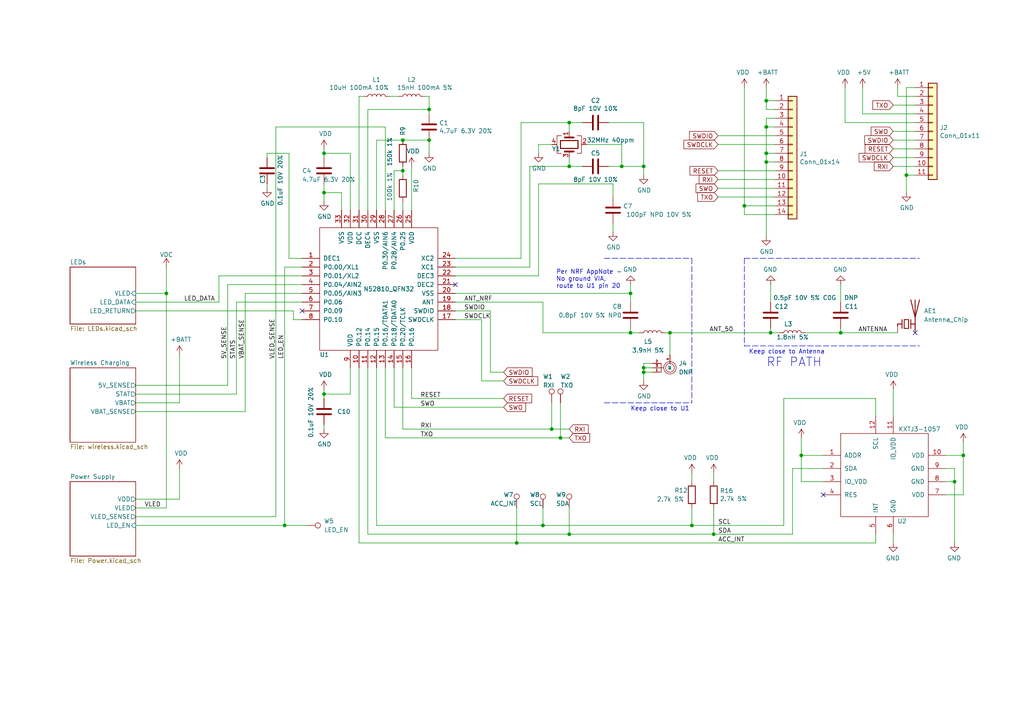
<source format=kicad_sch>
(kicad_sch (version 20211123) (generator eeschema)
  (paper "A4")
  (title_block (title "Pixels D20 Schematic, Main") (date "2021-06-23") (rev "2") (company "Systemic Games, LLC"))
  (lib_symbols
    (symbol "Connector_Generic:Conn_01x11" (pin_names (offset 1.016) hide)
      (property "Reference" "J" (at 0 15.24 0))
      (property "Value" "Conn_01x11" (at 0 -15.24 0))
      (symbol "Conn_01x11_1_1"
        (rectangle (start -1.27 -12.573) (end 0 -12.827) (stroke (width 0.1524)))
        (rectangle (start -1.27 -10.033) (end 0 -10.287) (stroke (width 0.1524)))
        (rectangle (start -1.27 -7.493) (end 0 -7.747) (stroke (width 0.1524)))
        (rectangle (start -1.27 -4.953) (end 0 -5.207) (stroke (width 0.1524)))
        (rectangle (start -1.27 -2.413) (end 0 -2.667) (stroke (width 0.1524)))
        (rectangle (start -1.27 0.127) (end 0 -0.127) (stroke (width 0.1524)))
        (rectangle (start -1.27 2.667) (end 0 2.413) (stroke (width 0.1524)))
        (rectangle (start -1.27 5.207) (end 0 4.953) (stroke (width 0.1524)))
        (rectangle (start -1.27 7.747) (end 0 7.493) (stroke (width 0.1524)))
        (rectangle (start -1.27 10.287) (end 0 10.033) (stroke (width 0.1524)))
        (rectangle (start -1.27 12.827) (end 0 12.573) (stroke (width 0.1524)))
        (rectangle (start -1.27 13.97) (end 1.27 -13.97) (stroke (width 0.254)) (fill (type background)))
        (pin passive line (at -5.08 12.7 0) (length 3.81) (name "Pin_1") (number "1"))
        (pin passive line (at -5.08 -10.16 0) (length 3.81) (name "Pin_10") (number "10"))
        (pin passive line (at -5.08 -12.7 0) (length 3.81) (name "Pin_11") (number "11"))
        (pin passive line (at -5.08 10.16 0) (length 3.81) (name "Pin_2") (number "2"))
        (pin passive line (at -5.08 7.62 0) (length 3.81) (name "Pin_3") (number "3"))
        (pin passive line (at -5.08 5.08 0) (length 3.81) (name "Pin_4") (number "4"))
        (pin passive line (at -5.08 2.54 0) (length 3.81) (name "Pin_5") (number "5"))
        (pin passive line (at -5.08 0 0) (length 3.81) (name "Pin_6") (number "6"))
        (pin passive line (at -5.08 -2.54 0) (length 3.81) (name "Pin_7") (number "7"))
        (pin passive line (at -5.08 -5.08 0) (length 3.81) (name "Pin_8") (number "8"))
        (pin passive line (at -5.08 -7.62 0) (length 3.81) (name "Pin_9") (number "9"))
      )
    )
    (symbol "Connector_Generic:Conn_01x14" (pin_names (offset 1.016) hide)
      (property "Reference" "J" (at 0 17.78 0))
      (property "Value" "Conn_01x14" (at 0 -20.32 0))
      (symbol "Conn_01x14_1_1"
        (rectangle (start -1.27 -17.653) (end 0 -17.907) (stroke (width 0.1524)))
        (rectangle (start -1.27 -15.113) (end 0 -15.367) (stroke (width 0.1524)))
        (rectangle (start -1.27 -12.573) (end 0 -12.827) (stroke (width 0.1524)))
        (rectangle (start -1.27 -10.033) (end 0 -10.287) (stroke (width 0.1524)))
        (rectangle (start -1.27 -7.493) (end 0 -7.747) (stroke (width 0.1524)))
        (rectangle (start -1.27 -4.953) (end 0 -5.207) (stroke (width 0.1524)))
        (rectangle (start -1.27 -2.413) (end 0 -2.667) (stroke (width 0.1524)))
        (rectangle (start -1.27 0.127) (end 0 -0.127) (stroke (width 0.1524)))
        (rectangle (start -1.27 2.667) (end 0 2.413) (stroke (width 0.1524)))
        (rectangle (start -1.27 5.207) (end 0 4.953) (stroke (width 0.1524)))
        (rectangle (start -1.27 7.747) (end 0 7.493) (stroke (width 0.1524)))
        (rectangle (start -1.27 10.287) (end 0 10.033) (stroke (width 0.1524)))
        (rectangle (start -1.27 12.827) (end 0 12.573) (stroke (width 0.1524)))
        (rectangle (start -1.27 15.367) (end 0 15.113) (stroke (width 0.1524)))
        (rectangle (start -1.27 16.51) (end 1.27 -19.05) (stroke (width 0.254)) (fill (type background)))
        (pin passive line (at -5.08 15.24 0) (length 3.81) (name "Pin_1") (number "1"))
        (pin passive line (at -5.08 -7.62 0) (length 3.81) (name "Pin_10") (number "10"))
        (pin passive line (at -5.08 -10.16 0) (length 3.81) (name "Pin_11") (number "11"))
        (pin passive line (at -5.08 -12.7 0) (length 3.81) (name "Pin_12") (number "12"))
        (pin passive line (at -5.08 -15.24 0) (length 3.81) (name "Pin_13") (number "13"))
        (pin passive line (at -5.08 -17.78 0) (length 3.81) (name "Pin_14") (number "14"))
        (pin passive line (at -5.08 12.7 0) (length 3.81) (name "Pin_2") (number "2"))
        (pin passive line (at -5.08 10.16 0) (length 3.81) (name "Pin_3") (number "3"))
        (pin passive line (at -5.08 7.62 0) (length 3.81) (name "Pin_4") (number "4"))
        (pin passive line (at -5.08 5.08 0) (length 3.81) (name "Pin_5") (number "5"))
        (pin passive line (at -5.08 2.54 0) (length 3.81) (name "Pin_6") (number "6"))
        (pin passive line (at -5.08 0 0) (length 3.81) (name "Pin_7") (number "7"))
        (pin passive line (at -5.08 -2.54 0) (length 3.81) (name "Pin_8") (number "8"))
        (pin passive line (at -5.08 -5.08 0) (length 3.81) (name "Pin_9") (number "9"))
      )
    )
    (symbol "Device:Antenna_Chip" (pin_numbers hide) (pin_names (offset 1.016) hide)
      (property "Reference" "AE" (at 0 5.08 0))
      (property "Value" "Antenna_Chip" (at 0 3.175 0))
      (symbol "Antenna_Chip_0_1"
        (polyline (pts (xy -2.54 0) (xy -2.54 -0.635)) (stroke (width 0.254)))
        (polyline (pts (xy -2.54 0) (xy -1.27 0)) (stroke (width 0.254)))
        (polyline (pts (xy 1.27 0) (xy 2.54 0)) (stroke (width 0.254)))
        (polyline (pts (xy 1.27 1.27) (xy 1.27 -1.27)) (stroke (width 0.254)))
        (polyline (pts (xy 2.54 -0.635) (xy 2.54 0)))
        (polyline (pts (xy 2.54 6.985) (xy 2.54 -1.905)) (stroke (width 0.254)))
        (polyline (pts (xy -1.27 1.27) (xy -1.27 -1.27) (xy -1.27 0)) (stroke (width 0.254)))
        (polyline (pts (xy 3.81 6.985) (xy 2.54 1.905) (xy 1.27 6.985)) (stroke (width 0.254)))
        (polyline (pts (xy -0.635 1.27) (xy 0.635 1.27) (xy 0.635 -1.27) (xy -0.635 -1.27) (xy -0.635 1.27)) (stroke (width 0.254)))
      )
      (symbol "Antenna_Chip_1_1"
        (pin input line (at -2.54 -2.54 90) (length 2.54) (name "FEED") (number "1"))
        (pin passive line (at 2.54 -2.54 90) (length 2.54) (name "PCB_Trace") (number "2"))
      )
    )
    (symbol "Device:C" (pin_numbers hide) (pin_names (offset 0.254))
      (property "Reference" "C" (at 0.635 2.54 0))
      (property "Value" "C" (at 0.635 -2.54 0))
      (symbol "C_0_1"
        (polyline (pts (xy -2.032 -0.762) (xy 2.032 -0.762)) (stroke (width 0.508)))
        (polyline (pts (xy -2.032 0.762) (xy 2.032 0.762)) (stroke (width 0.508)))
      )
      (symbol "C_1_1"
        (pin passive line (at 0 3.81 270) (length 2.794) (name "~") (number "1"))
        (pin passive line (at 0 -3.81 90) (length 2.794) (name "~") (number "2"))
      )
    )
    (symbol "Device:Crystal_GND24" (pin_names (offset 1.016) hide)
      (property "Reference" "Y" (at 3.175 5.08 0))
      (property "Value" "Crystal_GND24" (at 3.175 3.175 0))
      (symbol "Crystal_GND24_0_1"
        (rectangle (start -1.143 2.54) (end 1.143 -2.54) (stroke (width 0.3048)))
        (polyline (pts (xy -2.54 0) (xy -2.032 0)))
        (polyline (pts (xy -2.032 -1.27) (xy -2.032 1.27)) (stroke (width 0.508)))
        (polyline (pts (xy 0 -3.81) (xy 0 -3.556)))
        (polyline (pts (xy 0 3.556) (xy 0 3.81)))
        (polyline (pts (xy 2.032 -1.27) (xy 2.032 1.27)) (stroke (width 0.508)))
        (polyline (pts (xy 2.032 0) (xy 2.54 0)))
        (polyline (pts (xy -2.54 -2.286) (xy -2.54 -3.556) (xy 2.54 -3.556) (xy 2.54 -2.286)))
        (polyline (pts (xy -2.54 2.286) (xy -2.54 3.556) (xy 2.54 3.556) (xy 2.54 2.286)))
      )
      (symbol "Crystal_GND24_1_1"
        (pin passive line (at -3.81 0 0) (length 1.27) (name "1") (number "1"))
        (pin passive line (at 0 5.08 270) (length 1.27) (name "2") (number "2"))
        (pin passive line (at 3.81 0 180) (length 1.27) (name "3") (number "3"))
        (pin passive line (at 0 -5.08 90) (length 1.27) (name "4") (number "4"))
      )
    )
    (symbol "Device:L" (pin_numbers hide) (pin_names (offset 1.016) hide)
      (property "Reference" "L" (at -1.27 0 90))
      (property "Value" "L" (at 1.905 0 90))
      (symbol "L_0_1"
        (arc (start 0 -2.54) (mid 0.635 -1.905) (end 0 -1.27))
        (arc (start 0 -1.27) (mid 0.635 -0.635) (end 0 0))
        (arc (start 0 0) (mid 0.635 0.635) (end 0 1.27))
        (arc (start 0 1.27) (mid 0.635 1.905) (end 0 2.54))
      )
      (symbol "L_1_1"
        (pin passive line (at 0 3.81 270) (length 1.27) (name "1") (number "1"))
        (pin passive line (at 0 -3.81 90) (length 1.27) (name "2") (number "2"))
      )
    )
    (symbol "Device:R" (pin_numbers hide) (pin_names (offset 0))
      (property "Reference" "R" (at 2.032 0 90))
      (property "Value" "R" (at 0 0 90))
      (symbol "R_0_1"
        (rectangle (start -1.016 -2.54) (end 1.016 2.54) (stroke (width 0.254)))
      )
      (symbol "R_1_1"
        (pin passive line (at 0 3.81 270) (length 1.27) (name "~") (number "1"))
        (pin passive line (at 0 -3.81 90) (length 1.27) (name "~") (number "2"))
      )
    )
    (symbol "Pixels-dice:KXTJ3-1057" (pin_names (offset 1.016))
      (property "Reference" "U" (at 10.16 -12.7 0))
      (property "Value" "KXTJ3-1057" (at 8.89 13.97 0))
      (symbol "KXTJ3-1057_0_1"
        (rectangle (start -12.7 12.7) (end 12.7 -11.43))
      )
      (symbol "KXTJ3-1057_1_1"
        (pin input line (at -17.78 6.35 0) (length 5.08) (name "ADDR") (number "1"))
        (pin power_in line (at 17.78 6.35 180) (length 5.08) (name "VDD") (number "10"))
        (pin power_in line (at 2.54 17.78 270) (length 5.08) (name "IO_VDD") (number "11"))
        (pin input line (at -2.54 17.78 270) (length 5.08) (name "SCL") (number "12"))
        (pin bidirectional line (at -17.78 2.54 0) (length 5.08) (name "SDA") (number "2"))
        (pin power_in line (at -17.78 -1.27 0) (length 5.08) (name "IO_VDD") (number "3"))
        (pin passive line (at -17.78 -5.08 0) (length 5.08) (name "RES") (number "4"))
        (pin output line (at -2.54 -16.51 90) (length 5.08) (name "INT") (number "5"))
        (pin power_in line (at 2.54 -16.51 90) (length 5.08) (name "GND") (number "6"))
        (pin power_in line (at 17.78 -5.08 180) (length 5.08) (name "VDD") (number "7"))
        (pin power_in line (at 17.78 -1.27 180) (length 5.08) (name "GND") (number "8"))
        (pin power_in line (at 17.78 2.54 180) (length 5.08) (name "GND") (number "9"))
      )
    )
    (symbol "Pixels-dice:N52810_QFN32" (pin_names (offset 1.016))
      (property "Reference" "U" (at 13.97 -19.05 0))
      (property "Value" "N52810_QFN32" (at 2.54 0 0))
      (symbol "N52810_QFN32_0_1"
        (rectangle (start -17.78 17.78) (end 16.51 -17.78))
      )
      (symbol "N52810_QFN32_1_1"
        (pin power_out line (at -22.86 8.89 0) (length 5.08) (name "DEC1") (number "1"))
        (pin bidirectional line (at -6.35 -22.86 90) (length 5.08) (name "P0.12") (number "10"))
        (pin bidirectional line (at -3.81 -22.86 90) (length 5.08) (name "P0.14") (number "11"))
        (pin bidirectional line (at -1.27 -22.86 90) (length 5.08) (name "P0.15") (number "12"))
        (pin bidirectional line (at 1.27 -22.86 90) (length 5.08) (name "P0.16/TDATA1") (number "13"))
        (pin bidirectional line (at 3.81 -22.86 90) (length 5.08) (name "P0.18/TDATA0") (number "14"))
        (pin bidirectional line (at 6.35 -22.86 90) (length 5.08) (name "P0.20/TCLK") (number "15"))
        (pin bidirectional line (at 8.89 -22.86 90) (length 5.08) (name "P0.16") (number "16"))
        (pin bidirectional line (at 21.59 -8.89 180) (length 5.08) (name "SWDCLK") (number "17"))
        (pin bidirectional line (at 21.59 -6.35 180) (length 5.08) (name "SWDIO") (number "18"))
        (pin output line (at 21.59 -3.81 180) (length 5.08) (name "ANT") (number "19"))
        (pin bidirectional line (at -22.86 6.35 0) (length 5.08) (name "P0.00/XL1") (number "2"))
        (pin output line (at 21.59 -1.27 180) (length 5.08) (name "VSS") (number "20"))
        (pin output line (at 21.59 1.27 180) (length 5.08) (name "DEC2") (number "21"))
        (pin output line (at 21.59 3.81 180) (length 5.08) (name "DEC3") (number "22"))
        (pin output line (at 21.59 6.35 180) (length 5.08) (name "XC1") (number "23"))
        (pin input line (at 21.59 8.89 180) (length 5.08) (name "XC2") (number "24"))
        (pin power_in line (at 8.89 22.86 270) (length 5.08) (name "VDD") (number "25"))
        (pin bidirectional line (at 6.35 22.86 270) (length 5.08) (name "P0.25") (number "26"))
        (pin bidirectional line (at 3.81 22.86 270) (length 5.08) (name "P0.28/AIN4") (number "27"))
        (pin bidirectional line (at 1.27 22.86 270) (length 5.08) (name "P0.30/AIN6") (number "28"))
        (pin power_in line (at -1.27 22.86 270) (length 5.08) (name "VSS") (number "29"))
        (pin bidirectional line (at -22.86 3.81 0) (length 5.08) (name "P0.01/XL2") (number "3"))
        (pin output line (at -3.81 22.86 270) (length 5.08) (name "DEC4") (number "30"))
        (pin output line (at -6.35 22.86 270) (length 5.08) (name "DCC") (number "31"))
        (pin power_in line (at -8.89 22.86 270) (length 5.08) (name "VDD") (number "32"))
        (pin power_in line (at -11.43 22.86 270) (length 5.08) (name "VSS") (number "33"))
        (pin bidirectional line (at -22.86 1.27 0) (length 5.08) (name "P0.04/AIN2") (number "4"))
        (pin bidirectional line (at -22.86 -1.27 0) (length 5.08) (name "P0.05/AIN3") (number "5"))
        (pin bidirectional line (at -22.86 -3.81 0) (length 5.08) (name "P0.06") (number "6"))
        (pin bidirectional line (at -22.86 -6.35 0) (length 5.08) (name "P0.09") (number "7"))
        (pin bidirectional line (at -22.86 -8.89 0) (length 5.08) (name "P0.10") (number "8"))
        (pin power_in line (at -8.89 -22.86 90) (length 5.08) (name "VDD") (number "9"))
      )
    )
    (symbol "Pixels-dice:TEST_1P-conn" (pin_numbers hide) (pin_names (offset 0.762) hide)
      (property "Reference" "W" (at 0 6.858 0))
      (property "Value" "TEST_1P-conn" (at 0 5.08 0))
      (symbol "TEST_1P-conn_0_1"
        (circle (center 0 3.302) (radius 0.762))
      )
      (symbol "TEST_1P-conn_1_1"
        (pin passive line (at 0 0 90) (length 2.54) (name "1") (number "1"))
      )
    )
    (symbol "Pixels-dice:W.FL"
      (property "Reference" "J" (at 3.81 -1.27 0))
      (property "Value" "W.FL" (at 4.445 1.27 0))
      (symbol "W.FL_0_1"
        (polyline (pts (xy -1.27 -2.54) (xy 1.27 -2.54)))
        (polyline (pts (xy 0 -2.54) (xy 0 -1.905)))
        (circle (center 0 0) (radius 1.27))
        (circle (center 0 0) (radius 1.7961))
      )
      (symbol "W.FL_1_1"
        (pin passive line (at 1.27 -5.08 90) (length 2.54) (name "") (number "1"))
        (pin passive line (at -1.27 -5.08 90) (length 2.54) (name "") (number "2"))
        (pin passive line (at 0 -5.08 90) (length 2.54) (name "") (number "3"))
        (pin passive line (at -3.81 0 0) (length 2.54) (name "RF") (number "4"))
      )
    )
    (symbol "power:+5V" (power) (pin_names (offset 0))
      (property "Value" "+5V" (at 0 3.556 0))
      (symbol "+5V_0_1"
        (polyline (pts (xy -0.762 1.27) (xy 0 2.54)))
        (polyline (pts (xy 0 0) (xy 0 2.54)))
        (polyline (pts (xy 0 2.54) (xy 0.762 1.27)))
      )
      (symbol "+5V_1_1"
        (pin power_in line (at 0 0 90) (length 0) hide (name "+5V") (number "1"))
      )
    )
    (symbol "power:+BATT" (power) (pin_names (offset 0))
      (property "Value" "+BATT" (at 0 3.556 0))
      (symbol "+BATT_0_1"
        (polyline (pts (xy -0.762 1.27) (xy 0 2.54)))
        (polyline (pts (xy 0 0) (xy 0 2.54)))
        (polyline (pts (xy 0 2.54) (xy 0.762 1.27)))
      )
      (symbol "+BATT_1_1"
        (pin power_in line (at 0 0 90) (length 0) hide (name "+BATT") (number "1"))
      )
    )
    (symbol "power:GND" (power) (pin_names (offset 0))
      (property "Value" "GND" (at 0 -3.81 0))
      (symbol "GND_0_1"
        (polyline (pts (xy 0 0) (xy 0 -1.27) (xy 1.27 -1.27) (xy 0 -2.54) (xy -1.27 -1.27) (xy 0 -1.27)))
      )
      (symbol "GND_1_1"
        (pin power_in line (at 0 0 270) (length 0) hide (name "GND") (number "1"))
      )
    )
    (symbol "power:VDC" (power) (pin_names (offset 0))
      (property "Value" "VDC" (at 0 6.35 0))
      (symbol "VDC_0_1"
        (polyline (pts (xy -0.762 1.27) (xy 0 2.54)))
        (polyline (pts (xy 0 0) (xy 0 2.54)))
        (polyline (pts (xy 0 2.54) (xy 0.762 1.27)))
      )
      (symbol "VDC_1_1"
        (pin power_in line (at 0 0 90) (length 0) hide (name "VDC") (number "1"))
      )
    )
    (symbol "power:VDD" (power) (pin_names (offset 0))
      (property "Value" "VDD" (at 0 3.81 0))
      (symbol "VDD_0_1"
        (polyline (pts (xy -0.762 1.27) (xy 0 2.54)))
        (polyline (pts (xy 0 0) (xy 0 2.54)))
        (polyline (pts (xy 0 2.54) (xy 0.762 1.27)))
      )
      (symbol "VDD_1_1"
        (pin power_in line (at 0 0 90) (length 0) hide (name "VDD") (number "1"))
      )
    )
  )
  (junction (at 279.4 132.08))
  (junction (at 180.34 48.26))
  (junction (at 186.69 107.95))
  (junction (at 276.86 139.7))
  (junction (at 93.98 55.88))
  (junction (at 93.98 44.45))
  (junction (at 243.84 96.52))
  (junction (at 124.46 40.64))
  (junction (at 116.84 49.53))
  (junction (at 165.1 48.26))
  (junction (at 149.86 157.48))
  (junction (at 165.1 154.94))
  (junction (at 207.01 154.94))
  (junction (at 222.25 36.83))
  (junction (at 93.98 114.3))
  (junction (at 182.88 96.52))
  (junction (at 223.52 96.52))
  (junction (at 124.46 31.75))
  (junction (at 82.55 152.4))
  (junction (at 186.69 106.68))
  (junction (at 262.89 50.8))
  (junction (at 222.25 44.45))
  (junction (at 182.88 85.09))
  (junction (at 116.84 40.64))
  (junction (at 222.25 29.21))
  (junction (at 186.69 48.26))
  (junction (at 222.25 46.99))
  (junction (at 48.26 85.09))
  (junction (at 162.56 127))
  (junction (at 232.41 132.08))
  (junction (at 215.9 59.69))
  (junction (at 157.48 152.4))
  (junction (at 160.02 124.46))
  (junction (at 200.66 152.4))
  (junction (at 165.1 35.56))
  (junction (at 194.31 96.52))
  (no_connect (at 87.63 90.17))
  (no_connect (at 132.08 82.55))
  (no_connect (at 238.76 143.51))
  (no_connect (at 265.43 96.52))
  (wire (pts (xy 99.06 55.88) (xy 93.98 55.88)))
  (wire (pts (xy 39.37 87.63) (xy 63.5 87.63)))
  (wire (pts (xy 99.06 60.96) (xy 99.06 55.88)))
  (wire (pts (xy 222.25 34.29) (xy 222.25 36.83)))
  (wire (pts (xy 207.01 137.16) (xy 207.01 139.7)))
  (wire (pts (xy 149.86 147.32) (xy 149.86 157.48)))
  (wire (pts (xy 109.22 40.64) (xy 109.22 60.96)))
  (wire (pts (xy 180.34 41.91) (xy 180.34 48.26)))
  (wire (pts (xy 223.52 82.55) (xy 223.52 87.63)))
  (wire (pts (xy 153.67 77.47) (xy 153.67 48.26)))
  (wire (pts (xy 245.11 25.4) (xy 245.11 35.56)))
  (wire (pts (xy 93.98 44.45) (xy 93.98 45.72)))
  (wire (pts (xy 232.41 139.7) (xy 232.41 132.08)))
  (wire (pts (xy 279.4 143.51) (xy 274.32 143.51)))
  (wire (pts (xy 101.6 44.45) (xy 93.98 44.45)))
  (wire (pts (xy 176.53 48.26) (xy 180.34 48.26)))
  (wire (pts (xy 156.21 80.01) (xy 132.08 80.01)))
  (wire (pts (xy 139.7 110.49) (xy 146.05 110.49)))
  (wire (pts (xy 132.08 74.93) (xy 151.13 74.93)))
  (wire (pts (xy 238.76 135.89) (xy 229.87 135.89)))
  (wire (pts (xy 207.01 147.32) (xy 207.01 154.94)))
  (wire (pts (xy 259.08 38.1) (xy 265.43 38.1)))
  (wire (pts (xy 259.08 40.64) (xy 265.43 40.64)))
  (wire (pts (xy 189.23 106.68) (xy 186.69 106.68)))
  (wire (pts (xy 186.69 35.56) (xy 186.69 48.26)))
  (wire (pts (xy 224.79 46.99) (xy 222.25 46.99)))
  (wire (pts (xy 223.52 96.52) (xy 226.06 96.52)))
  (wire (pts (xy 182.88 85.09) (xy 182.88 87.63)))
  (wire (pts (xy 160.02 124.46) (xy 165.1 124.46)))
  (wire (pts (xy 165.1 35.56) (xy 168.91 35.56)))
  (wire (pts (xy 259.08 154.94) (xy 259.08 157.48)))
  (wire (pts (xy 39.37 114.3) (xy 68.58 114.3)))
  (wire (pts (xy 208.28 41.91) (xy 224.79 41.91)))
  (wire (pts (xy 39.37 147.32) (xy 48.26 147.32)))
  (wire (pts (xy 215.9 59.69) (xy 215.9 62.23)))
  (wire (pts (xy 233.68 96.52) (xy 243.84 96.52)))
  (wire (pts (xy 262.89 50.8) (xy 265.43 50.8)))
  (wire (pts (xy 116.84 124.46) (xy 116.84 106.68)))
  (wire (pts (xy 85.09 92.71) (xy 85.09 90.17)))
  (wire (pts (xy 162.56 127) (xy 165.1 127)))
  (wire (pts (xy 80.01 36.83) (xy 111.76 36.83)))
  (wire (pts (xy 111.76 36.83) (xy 111.76 60.96)))
  (wire (pts (xy 124.46 40.64) (xy 124.46 44.45)))
  (wire (pts (xy 39.37 111.76) (xy 66.04 111.76)))
  (wire (pts (xy 93.98 114.3) (xy 93.98 115.57)))
  (wire (pts (xy 182.88 96.52) (xy 185.42 96.52)))
  (wire (pts (xy 149.86 157.48) (xy 254 157.48)))
  (wire (pts (xy 66.04 82.55) (xy 66.04 111.76)))
  (wire (pts (xy 224.79 59.69) (xy 215.9 59.69)))
  (wire (pts (xy 274.32 139.7) (xy 276.86 139.7)))
  (wire (pts (xy 151.13 74.93) (xy 151.13 35.56)))
  (wire (pts (xy 109.22 152.4) (xy 157.48 152.4)))
  (wire (pts (xy 109.22 106.68) (xy 109.22 152.4)))
  (wire (pts (xy 132.08 90.17) (xy 142.24 90.17)))
  (wire (pts (xy 245.11 35.56) (xy 265.43 35.56)))
  (wire (pts (xy 114.3 106.68) (xy 114.3 118.11)))
  (wire (pts (xy 101.6 60.96) (xy 101.6 44.45)))
  (wire (pts (xy 186.69 105.41) (xy 186.69 106.68)))
  (wire (pts (xy 254 120.65) (xy 254 115.57)))
  (wire (pts (xy 222.25 31.75) (xy 224.79 31.75)))
  (wire (pts (xy 259.08 45.72) (xy 265.43 45.72)))
  (wire (pts (xy 93.98 114.3) (xy 93.98 113.03)))
  (wire (pts (xy 182.88 82.55) (xy 182.88 85.09)))
  (wire (pts (xy 142.24 107.95) (xy 146.05 107.95)))
  (wire (pts (xy 222.25 29.21) (xy 222.25 31.75)))
  (wire (pts (xy 157.48 87.63) (xy 157.48 96.52)))
  (wire (pts (xy 160.02 41.91) (xy 156.21 41.91)))
  (wire (pts (xy 160.02 116.84) (xy 160.02 124.46)))
  (wire (pts (xy 259.08 48.26) (xy 265.43 48.26)))
  (wire (pts (xy 132.08 87.63) (xy 157.48 87.63)))
  (wire (pts (xy 222.25 44.45) (xy 222.25 46.99)))
  (wire (pts (xy 124.46 31.75) (xy 124.46 33.02)))
  (wire (pts (xy 52.07 144.78) (xy 52.07 135.89)))
  (wire (pts (xy 104.14 60.96) (xy 104.14 27.94)))
  (wire (pts (xy 63.5 80.01) (xy 87.63 80.01)))
  (wire (pts (xy 114.3 60.96) (xy 114.3 49.53)))
  (wire (pts (xy 182.88 95.25) (xy 182.88 96.52)))
  (wire (pts (xy 123.19 27.94) (xy 124.46 27.94)))
  (wire (pts (xy 124.46 31.75) (xy 106.68 31.75)))
  (wire (pts (xy 165.1 154.94) (xy 207.01 154.94)))
  (wire (pts (xy 208.28 49.53) (xy 224.79 49.53)))
  (wire (pts (xy 232.41 132.08) (xy 238.76 132.08)))
  (wire (pts (xy 194.31 96.52) (xy 223.52 96.52)))
  (wire (pts (xy 176.53 35.56) (xy 186.69 35.56)))
  (wire (pts (xy 222.25 36.83) (xy 222.25 44.45)))
  (wire (pts (xy 250.19 25.4) (xy 250.19 33.02)))
  (wire (pts (xy 39.37 85.09) (xy 48.26 85.09)))
  (wire (pts (xy 274.32 135.89) (xy 276.86 135.89)))
  (wire (pts (xy 279.4 132.08) (xy 279.4 143.51)))
  (wire (pts (xy 114.3 49.53) (xy 116.84 49.53)))
  (polyline (pts (xy 200.66 74.93) (xy 200.66 116.84)))
  (wire (pts (xy 259.08 30.48) (xy 265.43 30.48)))
  (wire (pts (xy 153.67 48.26) (xy 165.1 48.26)))
  (wire (pts (xy 262.89 55.88) (xy 262.89 50.8)))
  (wire (pts (xy 232.41 132.08) (xy 232.41 127)))
  (wire (pts (xy 101.6 114.3) (xy 93.98 114.3)))
  (wire (pts (xy 111.76 127) (xy 162.56 127)))
  (wire (pts (xy 243.84 82.55) (xy 243.84 87.63)))
  (wire (pts (xy 189.23 105.41) (xy 186.69 105.41)))
  (wire (pts (xy 68.58 87.63) (xy 87.63 87.63)))
  (wire (pts (xy 227.33 115.57) (xy 227.33 152.4)))
  (wire (pts (xy 276.86 139.7) (xy 276.86 157.48)))
  (wire (pts (xy 82.55 77.47) (xy 82.55 152.4)))
  (wire (pts (xy 200.66 137.16) (xy 200.66 139.7)))
  (wire (pts (xy 88.9 152.4) (xy 82.55 152.4)))
  (wire (pts (xy 222.25 34.29) (xy 224.79 34.29)))
  (wire (pts (xy 165.1 48.26) (xy 168.91 48.26)))
  (wire (pts (xy 215.9 62.23) (xy 224.79 62.23)))
  (wire (pts (xy 222.25 46.99) (xy 222.25 68.58)))
  (wire (pts (xy 116.84 124.46) (xy 160.02 124.46)))
  (wire (pts (xy 177.8 53.34) (xy 177.8 57.15)))
  (wire (pts (xy 250.19 33.02) (xy 265.43 33.02)))
  (wire (pts (xy 119.38 106.68) (xy 119.38 115.57)))
  (wire (pts (xy 208.28 57.15) (xy 224.79 57.15)))
  (wire (pts (xy 157.48 152.4) (xy 200.66 152.4)))
  (wire (pts (xy 259.08 43.18) (xy 265.43 43.18)))
  (wire (pts (xy 151.13 35.56) (xy 165.1 35.56)))
  (wire (pts (xy 260.35 27.94) (xy 265.43 27.94)))
  (wire (pts (xy 39.37 144.78) (xy 52.07 144.78)))
  (wire (pts (xy 39.37 119.38) (xy 71.12 119.38)))
  (wire (pts (xy 124.46 27.94) (xy 124.46 31.75)))
  (wire (pts (xy 48.26 85.09) (xy 48.26 147.32)))
  (wire (pts (xy 82.55 77.47) (xy 87.63 77.47)))
  (wire (pts (xy 200.66 152.4) (xy 227.33 152.4)))
  (wire (pts (xy 106.68 154.94) (xy 165.1 154.94)))
  (wire (pts (xy 119.38 48.26) (xy 119.38 60.96)))
  (wire (pts (xy 82.55 152.4) (xy 39.37 152.4)))
  (wire (pts (xy 208.28 54.61) (xy 224.79 54.61)))
  (wire (pts (xy 87.63 82.55) (xy 66.04 82.55)))
  (wire (pts (xy 116.84 58.42) (xy 116.84 60.96)))
  (wire (pts (xy 116.84 40.64) (xy 124.46 40.64)))
  (wire (pts (xy 193.04 96.52) (xy 194.31 96.52)))
  (wire (pts (xy 104.14 27.94) (xy 105.41 27.94)))
  (wire (pts (xy 87.63 92.71) (xy 85.09 92.71)))
  (wire (pts (xy 189.23 107.95) (xy 186.69 107.95)))
  (wire (pts (xy 104.14 157.48) (xy 149.86 157.48)))
  (wire (pts (xy 139.7 92.71) (xy 139.7 110.49)))
  (wire (pts (xy 63.5 87.63) (xy 63.5 80.01)))
  (wire (pts (xy 39.37 149.86) (xy 80.01 149.86)))
  (wire (pts (xy 170.18 41.91) (xy 180.34 41.91)))
  (wire (pts (xy 93.98 44.45) (xy 93.98 43.18)))
  (polyline (pts (xy 175.26 74.93) (xy 200.66 74.93)))
  (wire (pts (xy 157.48 96.52) (xy 182.88 96.52)))
  (wire (pts (xy 243.84 96.52) (xy 260.35 96.52)))
  (wire (pts (xy 93.98 55.88) (xy 93.98 58.42)))
  (wire (pts (xy 48.26 85.09) (xy 48.26 77.47)))
  (polyline (pts (xy 215.9 74.93) (xy 266.7 74.93)))
  (wire (pts (xy 132.08 92.71) (xy 139.7 92.71)))
  (wire (pts (xy 165.1 147.32) (xy 165.1 154.94)))
  (wire (pts (xy 186.69 107.95) (xy 186.69 110.49)))
  (wire (pts (xy 229.87 135.89) (xy 229.87 154.94)))
  (wire (pts (xy 224.79 44.45) (xy 222.25 44.45)))
  (wire (pts (xy 77.47 53.34) (xy 77.47 54.61)))
  (wire (pts (xy 146.05 115.57) (xy 119.38 115.57)))
  (wire (pts (xy 116.84 49.53) (xy 116.84 50.8)))
  (wire (pts (xy 194.31 96.52) (xy 194.31 102.87)))
  (wire (pts (xy 222.25 25.4) (xy 222.25 29.21)))
  (wire (pts (xy 162.56 116.84) (xy 162.56 127)))
  (wire (pts (xy 157.48 147.32) (xy 157.48 152.4)))
  (wire (pts (xy 83.82 44.45) (xy 77.47 44.45)))
  (wire (pts (xy 243.84 95.25) (xy 243.84 96.52)))
  (wire (pts (xy 142.24 90.17) (xy 142.24 107.95)))
  (wire (pts (xy 109.22 40.64) (xy 116.84 40.64)))
  (wire (pts (xy 279.4 128.27) (xy 279.4 132.08)))
  (polyline (pts (xy 175.26 116.84) (xy 200.66 116.84)))
  (wire (pts (xy 186.69 106.68) (xy 186.69 107.95)))
  (wire (pts (xy 260.35 25.4) (xy 260.35 27.94)))
  (wire (pts (xy 87.63 74.93) (xy 83.82 74.93)))
  (wire (pts (xy 93.98 53.34) (xy 93.98 55.88)))
  (wire (pts (xy 156.21 53.34) (xy 156.21 80.01)))
  (wire (pts (xy 254 154.94) (xy 254 157.48)))
  (wire (pts (xy 106.68 31.75) (xy 106.68 60.96)))
  (wire (pts (xy 71.12 85.09) (xy 71.12 119.38)))
  (wire (pts (xy 180.34 48.26) (xy 186.69 48.26)))
  (wire (pts (xy 83.82 74.93) (xy 83.82 44.45)))
  (wire (pts (xy 207.01 154.94) (xy 229.87 154.94)))
  (wire (pts (xy 116.84 48.26) (xy 116.84 49.53)))
  (wire (pts (xy 80.01 36.83) (xy 80.01 149.86)))
  (wire (pts (xy 39.37 116.84) (xy 52.07 116.84)))
  (wire (pts (xy 104.14 106.68) (xy 104.14 157.48)))
  (wire (pts (xy 177.8 64.77) (xy 177.8 67.31)))
  (wire (pts (xy 156.21 41.91) (xy 156.21 44.45)))
  (wire (pts (xy 262.89 25.4) (xy 262.89 50.8)))
  (wire (pts (xy 113.03 27.94) (xy 115.57 27.94)))
  (wire (pts (xy 265.43 25.4) (xy 262.89 25.4)))
  (wire (pts (xy 186.69 48.26) (xy 186.69 50.8)))
  (wire (pts (xy 165.1 45.72) (xy 165.1 48.26)))
  (wire (pts (xy 208.28 39.37) (xy 224.79 39.37)))
  (wire (pts (xy 165.1 38.1) (xy 165.1 35.56)))
  (wire (pts (xy 279.4 132.08) (xy 274.32 132.08)))
  (wire (pts (xy 254 115.57) (xy 227.33 115.57)))
  (wire (pts (xy 177.8 53.34) (xy 156.21 53.34)))
  (wire (pts (xy 238.76 139.7) (xy 232.41 139.7)))
  (wire (pts (xy 146.05 118.11) (xy 114.3 118.11)))
  (wire (pts (xy 223.52 95.25) (xy 223.52 96.52)))
  (wire (pts (xy 77.47 44.45) (xy 77.47 45.72)))
  (wire (pts (xy 132.08 85.09) (xy 182.88 85.09)))
  (wire (pts (xy 224.79 36.83) (xy 222.25 36.83)))
  (wire (pts (xy 111.76 127) (xy 111.76 106.68)))
  (wire (pts (xy 106.68 106.68) (xy 106.68 154.94)))
  (wire (pts (xy 68.58 87.63) (xy 68.58 114.3)))
  (wire (pts (xy 215.9 25.4) (xy 215.9 59.69)))
  (polyline (pts (xy 215.9 100.33) (xy 266.7 100.33)))
  (wire (pts (xy 276.86 135.89) (xy 276.86 139.7)))
  (wire (pts (xy 259.08 113.03) (xy 259.08 120.65)))
  (wire (pts (xy 222.25 29.21) (xy 224.79 29.21)))
  (wire (pts (xy 132.08 77.47) (xy 153.67 77.47)))
  (wire (pts (xy 200.66 147.32) (xy 200.66 152.4)))
  (wire (pts (xy 101.6 106.68) (xy 101.6 114.3)))
  (wire (pts (xy 52.07 102.87) (xy 52.07 116.84)))
  (wire (pts (xy 87.63 85.09) (xy 71.12 85.09)))
  (wire (pts (xy 208.28 52.07) (xy 224.79 52.07)))
  (polyline (pts (xy 215.9 74.93) (xy 215.9 100.33)))
  (wire (pts (xy 93.98 123.19) (xy 93.98 124.46)))
  (wire (pts (xy 39.37 90.17) (xy 85.09 90.17)))
  (text "Per NRF AppNote -\nNo ground VIA,\nroute to U1 pin 20" (at 161.29 83.82 0) (effects (font (size 1.27 1.27)) (justify left bottom)))
  (text "RF PATH" (at 222.25 106.68 0) (effects (font (size 2.54 2.54)) (justify left bottom)))
  (text "Keep close to U1" (at 182.88 119.38 0) (effects (font (size 1.27 1.27)) (justify left bottom)))
  (text "Keep close to Antenna" (at 217.17 102.87 0) (effects (font (size 1.27 1.27)) (justify left bottom)))
  (label "VLED_SENSE" (at 80.01 104.14 90))
  (label "TXO" (at 121.92 127 0))
  (label "ACC_INT" (at 208.28 157.48 0))
  (label "SWDCLK" (at 134.62 92.71 0))
  (label "VBAT_SENSE" (at 71.12 104.14 90))
  (label "5V_SENSE" (at 66.04 104.14 90))
  (label "SDA" (at 208.28 154.94 0))
  (label "LED_EN" (at 82.55 104.14 90))
  (label "RXI" (at 121.92 124.46 0))
  (label "SWDIO" (at 134.62 90.17 0))
  (label "ANT_NRF" (at 134.62 87.63 0))
  (label "SWO" (at 121.92 118.11 0))
  (label "LED_DATA" (at 53.34 87.63 0))
  (label "ANTENNA" (at 248.92 96.52 0))
  (label "RESET" (at 121.92 115.57 0))
  (label "ANT_50" (at 205.74 96.52 0))
  (label "SCL" (at 208.28 152.4 0))
  (label "VLED" (at 41.91 147.32 0))
  (label "STATS" (at 68.58 104.14 90))
  (global_label "TXO" (shape input) (at 165.1 127 0) (property "Intersheet References" "${INTERSHEET_REFS}" (effects hide)))
  (global_label "RESET" (shape input) (at 208.28 49.53 180) (property "Intersheet References" "${INTERSHEET_REFS}" (effects hide)))
  (global_label "SWDIO" (shape input) (at 146.05 107.95 0) (property "Intersheet References" "${INTERSHEET_REFS}" (effects hide)))
  (global_label "RXI" (shape input) (at 208.28 52.07 180) (property "Intersheet References" "${INTERSHEET_REFS}" (effects hide)))
  (global_label "RESET" (shape input) (at 259.08 43.18 180) (property "Intersheet References" "${INTERSHEET_REFS}" (effects hide)))
  (global_label "SWO" (shape input) (at 146.05 118.11 0) (property "Intersheet References" "${INTERSHEET_REFS}" (effects hide)))
  (global_label "SWDCLK" (shape input) (at 146.05 110.49 0) (property "Intersheet References" "${INTERSHEET_REFS}" (effects hide)))
  (global_label "TXO" (shape input) (at 259.08 30.48 180) (property "Intersheet References" "${INTERSHEET_REFS}" (effects hide)))
  (global_label "TXO" (shape input) (at 208.28 57.15 180) (property "Intersheet References" "${INTERSHEET_REFS}" (effects hide)))
  (global_label "RESET" (shape input) (at 146.05 115.57 0) (property "Intersheet References" "${INTERSHEET_REFS}" (effects hide)))
  (global_label "SWO" (shape input) (at 259.08 38.1 180) (property "Intersheet References" "${INTERSHEET_REFS}" (effects hide)))
  (global_label "SWDIO" (shape input) (at 259.08 40.64 180) (property "Intersheet References" "${INTERSHEET_REFS}" (effects hide)))
  (global_label "SWDCLK" (shape input) (at 259.08 45.72 180) (property "Intersheet References" "${INTERSHEET_REFS}" (effects hide)))
  (global_label "RXI" (shape input) (at 259.08 48.26 180) (property "Intersheet References" "${INTERSHEET_REFS}" (effects hide)))
  (global_label "SWO" (shape input) (at 208.28 54.61 180) (property "Intersheet References" "${INTERSHEET_REFS}" (effects hide)))
  (global_label "RXI" (shape input) (at 165.1 124.46 0) (property "Intersheet References" "${INTERSHEET_REFS}" (effects hide)))
  (global_label "SWDCLK" (shape input) (at 208.28 41.91 180) (property "Intersheet References" "${INTERSHEET_REFS}" (effects hide)))
  (global_label "SWDIO" (shape input) (at 208.28 39.37 180) (property "Intersheet References" "${INTERSHEET_REFS}" (effects hide)))
  (symbol (lib_id "power:GND") (at 93.98 124.46 0) (unit 1)
    (property "Reference" "#PWR016" (effects hide))
    (property "Value" "GND" (at 94.107 128.8542 0))
  )
  (symbol (lib_id "power:VDD") (at 93.98 113.03 0) (unit 1)
    (property "Reference" "#PWR014" (effects hide))
    (property "Value" "VDD" (at 94.4118 108.6358 0))
  )
  (symbol (lib_id "Device:C") (at 93.98 119.38 0) (unit 1)
    (property "Reference" "C10" (at 97.79 119.38 0) (effects (justify left)))
    (property "Value" "0.1uF 10V 20%" (at 90.17 127 90) (effects (justify left)))
    (property "Footprint" "Capacitor_SMD:C_0402_1005Metric" (effects hide))
    (property "Generic OK" "YES" (effects hide))
    (property "Pixels Part Number" "SMD-C005" (effects hide))
    (property "Manufacturer" "Murata" (effects hide))
    (property "Manufacturer Part Number" "GRM155R61H104KE19D" (effects hide))
  )
  (symbol (lib_id "power:GND") (at 93.98 58.42 0) (unit 1)
    (property "Reference" "#PWR08" (effects hide))
    (property "Value" "GND" (at 94.107 62.8142 0))
  )
  (symbol (lib_id "power:VDD") (at 93.98 43.18 0) (unit 1)
    (property "Reference" "#PWR01" (effects hide))
    (property "Value" "VDD" (at 94.4118 38.7858 0))
  )
  (symbol (lib_id "Device:C") (at 93.98 49.53 0) (unit 1)
    (property "Reference" "C4" (at 87.63 49.53 0) (effects (justify left)))
    (property "Value" "4.7uF 6.3V 20%" (at 87.63 52.07 0) (effects (justify left)))
    (property "Footprint" "Capacitor_SMD:C_0402_1005Metric" (effects hide))
    (property "Generic OK" "YES" (effects hide))
    (property "Pixels Part Number" "SMD-C002" (effects hide))
    (property "Manufacturer" "Murata" (effects hide))
    (property "Manufacturer Part Number" "GRM155R60J475ME87D" (effects hide))
  )
  (symbol (lib_id "power:GND") (at 77.47 54.61 0) (unit 1)
    (property "Reference" "#PWR05" (effects hide))
    (property "Value" "GND" (at 77.597 59.0042 0))
  )
  (symbol (lib_id "Device:C") (at 77.47 49.53 0) (unit 1)
    (property "Reference" "C3" (at 76.2 53.34 90) (effects (justify left)))
    (property "Value" "0.1uF 10V 20%" (at 81.28 59.69 90) (effects (justify left)))
    (property "Footprint" "Capacitor_SMD:C_0402_1005Metric" (effects hide))
    (property "Generic OK" "YES" (effects hide))
    (property "Pixels Part Number" "SMD-C005" (effects hide))
    (property "Manufacturer" "Murata" (effects hide))
    (property "Manufacturer Part Number" "GRM155R61H104KE19D" (effects hide))
  )
  (symbol (lib_id "Device:L") (at 109.22 27.94 90) (unit 1)
    (property "Reference" "L1" (at 109.22 23.114 90))
    (property "Value" "10uH 100mA 10%" (at 104.14 25.4 90))
    (property "Footprint" "Inductor_SMD:L_0805_2012Metric" (effects hide))
    (property "Generic OK" "YES" (effects hide))
    (property "Pixels Part Number" "SMD-L001" (effects hide))
    (property "Manufacturer" "Murata" (effects hide))
    (property "Manufacturer Part Number" "LQM21FN100M80L" (effects hide))
  )
  (symbol (lib_id "Device:L") (at 119.38 27.94 90) (unit 1)
    (property "Reference" "L2" (at 119.38 23.114 90))
    (property "Value" "15nH 100mA 5%" (at 123.19 25.4 90))
    (property "Footprint" "Inductor_SMD:L_0402_1005Metric" (effects hide))
    (property "Generic OK" "YES" (effects hide))
    (property "Pixels Part Number" "SMD-L002" (effects hide))
    (property "Manufacturer" "Murata" (effects hide))
    (property "Manufacturer Part Number" "LQG15HS15NJ02D" (effects hide))
  )
  (symbol (lib_id "Device:C") (at 124.46 36.83 0) (unit 1)
    (property "Reference" "C1" (at 127.381 35.6616 0) (effects (justify left)))
    (property "Value" "4.7uF 6.3V 20%" (at 127.381 37.973 0) (effects (justify left)))
    (property "Footprint" "Capacitor_SMD:C_0402_1005Metric" (effects hide))
    (property "Generic OK" "YES" (effects hide))
    (property "Pixels Part Number" "SMD-C002" (effects hide))
    (property "Manufacturer" "Murata" (effects hide))
    (property "Manufacturer Part Number" "GRM155R60J475ME87D" (effects hide))
  )
  (symbol (lib_id "power:GND") (at 124.46 44.45 0) (unit 1)
    (property "Reference" "#PWR03" (effects hide))
    (property "Value" "GND" (at 124.587 48.8442 0))
  )
  (symbol (lib_id "Device:Crystal_GND24") (at 165.1 41.91 270) (unit 1)
    (property "Reference" "Y1" (at 160.02 43.18 90) (effects (justify left)))
    (property "Value" "32MHz 40ppm" (at 170.18 40.64 90) (effects (justify left)))
    (property "Footprint" "Pixels-dice:Crystal_SMD_2016-4Pin_2.0x1.6mm" (effects hide))
    (property "Generic OK" "YES" (effects hide))
    (property "Manufacturer" "Murata" (effects hide))
    (property "Manufacturer Part Number" "XRCGB32M000F2P00R0" (effects hide))
    (property "Pixels Part Number" "SMD-Y001" (effects hide))
  )
  (symbol (lib_id "Device:C") (at 172.72 35.56 270) (unit 1)
    (property "Reference" "C2" (at 172.72 29.1592 90))
    (property "Value" "8pF 10V 10%" (at 172.72 31.4706 90))
    (property "Footprint" "Capacitor_SMD:C_0402_1005Metric" (effects hide))
    (property "Generic OK" "YES" (effects hide))
    (property "Pixels Part Number" "SMD-C001" (effects hide))
    (property "Manufacturer" "Murata" (effects hide))
    (property "Manufacturer Part Number" "GRT1555C2A8R0DA02" (effects hide))
  )
  (symbol (lib_id "Device:C") (at 172.72 48.26 270) (unit 1)
    (property "Reference" "C5" (at 172.72 44.45 90))
    (property "Value" "8pF 10V 10%" (at 172.72 52.07 90))
    (property "Footprint" "Capacitor_SMD:C_0402_1005Metric" (effects hide))
    (property "Generic OK" "YES" (effects hide))
    (property "Pixels Part Number" "SMD-C001" (effects hide))
    (property "Manufacturer" "Murata" (effects hide))
    (property "Manufacturer Part Number" "GRT1555C2A8R0DA02" (effects hide))
  )
  (symbol (lib_id "power:GND") (at 186.69 50.8 0) (unit 1)
    (property "Reference" "#PWR09" (effects hide))
    (property "Value" "GND" (at 186.817 55.1942 0))
  )
  (symbol (lib_id "power:GND") (at 177.8 67.31 0) (unit 1)
    (property "Reference" "#PWR011" (effects hide))
    (property "Value" "GND" (at 177.927 71.7042 0))
  )
  (symbol (lib_id "Device:C") (at 177.8 60.96 0) (unit 1)
    (property "Reference" "C7" (at 180.721 59.7916 0) (effects (justify left)))
    (property "Value" "100pF NP0 10V 5%" (at 181.61 62.23 0) (effects (justify left)))
    (property "Footprint" "Capacitor_SMD:C_0402_1005Metric" (effects hide))
    (property "Generic OK" "YES" (effects hide))
    (property "Pixels Part Number" "SMD-C003" (effects hide))
    (property "Manufacturer" "Murata" (effects hide))
    (property "Manufacturer Part Number" "GCM1555C1H101JA16J" (effects hide))
  )
  (symbol (lib_id "power:GND") (at 156.21 44.45 0) (unit 1)
    (property "Reference" "#PWR06" (effects hide))
    (property "Value" "GND" (at 156.337 48.8442 0))
  )
  (symbol (lib_id "power:VDD") (at 52.07 135.89 0) (unit 1)
    (property "Reference" "#PWR021" (effects hide))
    (property "Value" "VDD" (at 52.5018 131.4958 0))
  )
  (symbol (lib_id "Pixels-dice:TEST_1P-conn") (at 160.02 116.84 0) (unit 1)
    (property "Reference" "W1" (at 157.48 109.22 0) (effects (justify left)))
    (property "Value" "RXI" (at 157.48 111.76 0) (effects (justify left)))
    (property "Footprint" "Pixels-dice:TEST_PIN" (effects hide))
    (property "Generic OK" "N/A" (effects hide))
  )
  (symbol (lib_id "Pixels-dice:TEST_1P-conn") (at 162.56 116.84 0) (unit 1)
    (property "Reference" "W2" (at 162.56 109.22 0) (effects (justify left)))
    (property "Value" "TXO" (at 162.56 111.76 0) (effects (justify left)))
    (property "Footprint" "Pixels-dice:TEST_PIN" (effects hide))
    (property "Generic OK" "N/A" (effects hide))
  )
  (symbol (lib_id "Pixels-dice:TEST_1P-conn") (at 88.9 152.4 270) (unit 1)
    (property "Reference" "W5" (at 93.98 151.13 90) (effects (justify left)))
    (property "Value" "LED_EN" (at 93.98 153.67 90) (effects (justify left)))
    (property "Footprint" "Pixels-dice:TEST_PIN" (effects hide))
    (property "Generic OK" "N/A" (effects hide))
  )
  (symbol (lib_id "Pixels-dice:TEST_1P-conn") (at 149.86 147.32 0) (unit 1)
    (property "Reference" "W7" (at 146.05 143.51 0) (effects (justify left)))
    (property "Value" "ACC_INT" (at 142.24 146.05 0) (effects (justify left)))
    (property "Footprint" "Pixels-dice:TEST_PIN" (effects hide))
    (property "Generic OK" "N/A" (effects hide))
  )
  (symbol (lib_id "Pixels-dice:TEST_1P-conn") (at 157.48 147.32 0) (unit 1)
    (property "Reference" "W8" (at 153.67 143.51 0) (effects (justify left)))
    (property "Value" "SCL" (at 153.67 146.05 0) (effects (justify left)))
    (property "Footprint" "Pixels-dice:TEST_PIN" (effects hide))
    (property "Generic OK" "N/A" (effects hide))
  )
  (symbol (lib_id "Pixels-dice:TEST_1P-conn") (at 165.1 147.32 0) (unit 1)
    (property "Reference" "W9" (at 161.29 143.51 0) (effects (justify left)))
    (property "Value" "SDA" (at 161.29 146.05 0) (effects (justify left)))
    (property "Footprint" "Pixels-dice:TEST_PIN" (effects hide))
    (property "Generic OK" "N/A" (effects hide))
  )
  (symbol (lib_id "Pixels-dice:N52810_QFN32") (at 110.49 83.82 0) (unit 1)
    (property "Reference" "U1" (at 92.71 102.87 0) (effects (justify left)))
    (property "Value" "N52810_QFN32" (at 105.41 83.82 0) (effects (justify left)))
    (property "Footprint" "Package_DFN_QFN:QFN-32-1EP_5x5mm_P0.5mm_EP3.1x3.1mm" (effects hide))
    (property "Generic OK" "NO" (effects hide))
    (property "Manufacturer" "Nordic Semiconductor" (effects hide))
    (property "Manufacturer Part Number" "NRF52810-QCAA-R" (effects hide))
    (property "Pixels Part Number" "SMD-U001" (effects hide))
  )
  (symbol (lib_id "power:VDD") (at 119.38 48.26 0) (unit 1)
    (property "Reference" "#PWR04" (effects hide))
    (property "Value" "VDD" (at 119.8118 43.8658 0))
  )
  (symbol (lib_id "Connector_Generic:Conn_01x14") (at 229.87 44.45 0) (unit 1)
    (property "Reference" "J1" (at 231.902 44.6532 0) (effects (justify left)))
    (property "Value" "Conn_01x14" (at 231.902 46.9646 0) (effects (justify left)))
    (property "Footprint" "Pixels-dice:FPC_14" (effects hide))
    (property "Generic OK" "N/A" (effects hide))
  )
  (symbol (lib_id "power:+BATT") (at 222.25 25.4 0) (unit 1)
    (property "Reference" "#PWR07" (effects hide))
    (property "Value" "+BATT" (at 222.631 21.0058 0))
  )
  (symbol (lib_id "power:VDD") (at 215.9 25.4 0) (mirror y) (unit 1)
    (property "Reference" "#PWR02" (effects hide))
    (property "Value" "VDD" (at 215.4682 21.0058 0))
  )
  (symbol (lib_id "power:GND") (at 222.25 68.58 0) (unit 1)
    (property "Reference" "#PWR013" (effects hide))
    (property "Value" "GND" (at 222.377 72.9742 0))
  )
  (symbol (lib_id "Device:R") (at 116.84 54.61 0) (unit 1)
    (property "Reference" "R10" (at 120.65 55.88 90) (effects (justify left)))
    (property "Value" "100k 1%" (at 113.03 58.42 90) (effects (justify left)))
    (property "Footprint" "Resistor_SMD:R_0402_1005Metric" (effects hide))
    (property "Generic OK" "YES" (effects hide))
    (property "Pixels Part Number" "SMD-R006" (effects hide))
    (property "Manufacturer" "UNI-ROYAL(Uniroyal Elec)" (effects hide))
    (property "Manufacturer Part Number" "0402WGF1003TCE" (effects hide))
  )
  (symbol (lib_id "Device:R") (at 116.84 44.45 0) (unit 1)
    (property "Reference" "R9" (at 116.84 39.37 90) (effects (justify left)))
    (property "Value" "150k 1%" (at 113.03 48.26 90) (effects (justify left)))
    (property "Footprint" "Resistor_SMD:R_0402_1005Metric" (effects hide))
    (property "Generic OK" "YES" (effects hide))
    (property "Manufacturer" "UNI-ROYAL(Uniroyal Elec)" (effects hide))
    (property "Manufacturer Part Number" "0402WGF1503TCE" (effects hide))
  )
  (symbol (lib_id "Device:R") (at 200.66 143.51 0) (unit 1)
    (property "Reference" "R12" (at 195.58 142.24 0) (effects (justify left)))
    (property "Value" "2.7k 5%" (at 190.5 144.78 0) (effects (justify left)))
    (property "Footprint" "Resistor_SMD:R_0402_1005Metric" (effects hide))
    (property "Generic OK" "YES" (effects hide))
    (property "Manufacturer" "UNI-ROYAL(Uniroyal Elec)" (effects hide))
    (property "Manufacturer Part Number" "0402WGJ0272TCE" (effects hide))
    (property "Pixels Part Number" "SMD-R021" (effects hide))
  )
  (symbol (lib_id "Device:R") (at 207.01 143.51 0) (unit 1)
    (property "Reference" "R16" (at 208.788 142.3416 0) (effects (justify left)))
    (property "Value" "2.7k 5%" (at 208.788 144.653 0) (effects (justify left)))
    (property "Footprint" "Resistor_SMD:R_0402_1005Metric" (effects hide))
    (property "Generic OK" "YES" (effects hide))
    (property "Manufacturer" "UNI-ROYAL(Uniroyal Elec)" (effects hide))
    (property "Manufacturer Part Number" "0402WGJ0272TCE" (effects hide))
    (property "Pixels Part Number" "SMD-R021" (effects hide))
  )
  (symbol (lib_id "power:VDD") (at 207.01 137.16 0) (mirror y) (unit 1)
    (property "Reference" "#PWR046" (effects hide))
    (property "Value" "VDD" (at 206.5782 132.7658 0))
  )
  (symbol (lib_id "power:VDD") (at 200.66 137.16 0) (mirror y) (unit 1)
    (property "Reference" "#PWR045" (effects hide))
    (property "Value" "VDD" (at 200.2282 132.7658 0))
  )
  (symbol (lib_id "Pixels-dice:KXTJ3-1057") (at 256.54 138.43 0) (unit 1)
    (property "Reference" "U2" (at 261.62 151.13 0))
    (property "Value" "KXTJ3-1057" (at 266.7 124.46 0))
    (property "Footprint" "Package_LGA:LGA-12_2x2mm_P0.5mm" (effects hide))
    (property "Manufacturer" "Kionix" (effects hide))
    (property "Manufacturer Part Number" "KXTJ3-1057" (effects hide))
    (property "Pixels Part Number" "SMD-U002-ALT1" (effects hide))
    (property "Generic OK" "NO" (effects hide))
  )
  (symbol (lib_id "power:VDD") (at 279.4 128.27 0) (mirror y) (unit 1)
    (property "Reference" "#PWR037" (effects hide))
    (property "Value" "VDD" (at 278.9682 123.8758 0))
  )
  (symbol (lib_id "power:GND") (at 259.08 157.48 0) (mirror y) (unit 1)
    (property "Reference" "#PWR047" (effects hide))
    (property "Value" "GND" (at 258.953 161.8742 0))
  )
  (symbol (lib_id "power:GND") (at 276.86 157.48 0) (mirror y) (unit 1)
    (property "Reference" "#PWR048" (effects hide))
    (property "Value" "GND" (at 276.733 161.8742 0))
  )
  (symbol (lib_id "power:VDD") (at 259.08 113.03 0) (mirror y) (unit 1)
    (property "Reference" "#PWR015" (effects hide))
    (property "Value" "VDD" (at 258.6482 108.6358 0))
  )
  (symbol (lib_id "power:VDD") (at 232.41 127 0) (mirror y) (unit 1)
    (property "Reference" "#PWR023" (effects hide))
    (property "Value" "VDD" (at 231.9782 122.6058 0))
  )
  (symbol (lib_id "power:+BATT") (at 260.35 25.4 0) (unit 1)
    (property "Reference" "#PWR0148" (effects hide))
    (property "Value" "+BATT" (at 260.731 21.0058 0))
  )
  (symbol (lib_id "power:GND") (at 262.89 55.88 0) (unit 1)
    (property "Reference" "#PWR0147" (effects hide))
    (property "Value" "GND" (at 263.017 60.2742 0))
  )
  (symbol (lib_id "power:GND") (at 243.84 82.55 180) (unit 1)
    (property "Reference" "#PWR0152" (effects hide))
    (property "Value" "GND" (at 243.713 78.1558 0))
  )
  (symbol (lib_id "Device:C") (at 243.84 91.44 180) (unit 1)
    (property "Reference" "C11" (at 248.92 88.9 0) (effects (justify left)))
    (property "Value" "DNP" (at 248.92 86.36 0) (effects (justify left)))
    (property "Footprint" "Pixels-dice:0402_RF" (effects hide))
    (property "Generic OK" "YES" (effects hide))
    (property "Pixels Part Number" "SMD-C004" (effects hide))
  )
  (symbol (lib_id "Pixels-dice:W.FL") (at 194.31 106.68 270) (unit 1)
    (property "Reference" "J4" (at 196.85 105.4099 90) (effects (justify left)))
    (property "Value" "DNP" (at 196.85 107.9499 90) (effects (justify left)))
    (property "Footprint" "RFFrontEnd:MFH3.RECE.20369.001E.01" (effects hide))
    (property "Generic OK" "N/A" (effects hide))
  )
  (symbol (lib_id "power:VDD") (at 245.11 25.4 0) (mirror y) (unit 1)
    (property "Reference" "#PWR0149" (effects hide))
    (property "Value" "VDD" (at 244.6782 21.0058 0))
  )
  (symbol (lib_id "power:GND") (at 186.69 110.49 0) (unit 1)
    (property "Reference" "#PWR0154" (effects hide))
    (property "Value" "GND" (at 186.817 114.8842 0))
  )
  (symbol (lib_id "Device:L") (at 189.23 96.52 90) (unit 1)
    (property "Reference" "L5" (at 187.96 99.06 90))
    (property "Value" "3.9nH 5%" (at 187.96 101.6 90))
    (property "Footprint" "Pixels-dice:0402_RF" (effects hide))
    (property "Generic OK" "YES" (effects hide))
    (property "Manufacturer" "Murata" (effects hide))
    (property "Manufacturer Part Number" "LQG15HS3N9B02D" (effects hide))
  )
  (symbol (lib_id "Device:C") (at 182.88 91.44 180) (unit 1)
    (property "Reference" "C8" (at 180.34 88.9 0) (effects (justify left)))
    (property "Value" "0.8pF 10V 5% NP0" (at 180.34 91.44 0) (effects (justify left)))
    (property "Footprint" "Pixels-dice:0402_RF" (effects hide))
    (property "Generic OK" "YES" (effects hide))
    (property "Pixels Part Number" "SMD-C004" (effects hide))
    (property "Manufacturer" "Murata" (effects hide))
    (property "Manufacturer Part Number" "GJM1555C1HR80BB01" (effects hide))
  )
  (symbol (lib_id "Device:L") (at 229.87 96.52 90) (unit 1)
    (property "Reference" "L3" (at 228.6 93.98 90))
    (property "Value" "1.8nH 5%" (at 229.87 97.79 90))
    (property "Footprint" "Pixels-dice:0402_RF" (effects hide))
    (property "Generic OK" "YES" (effects hide))
    (property "Manufacturer" "Murata" (effects hide))
    (property "Manufacturer Part Number" "LQG15HZ1N8C02D" (effects hide))
  )
  (symbol (lib_id "power:GND") (at 223.52 82.55 180) (unit 1)
    (property "Reference" "#PWR0153" (effects hide))
    (property "Value" "GND" (at 223.393 78.1558 0))
  )
  (symbol (lib_id "power:+5V") (at 250.19 25.4 0) (unit 1)
    (property "Reference" "#PWR0150" (effects hide))
    (property "Value" "+5V" (at 250.571 21.0058 0))
  )
  (symbol (lib_id "power:VDC") (at 48.26 77.47 0) (unit 1)
    (property "Reference" "#PWR010" (effects hide))
    (property "Value" "VDC" (at 48.26 73.8655 0))
  )
  (symbol (lib_id "Device:Antenna_Chip") (at 262.89 93.98 0) (unit 1)
    (property "Reference" "AE1" (at 267.97 90.1699 0) (effects (justify left)))
    (property "Value" "Antenna_Chip" (at 267.97 92.7099 0) (effects (justify left)))
    (property "Footprint" "Pixels-dice:CHIP_ANT" (effects hide))
    (property "Generic OK" "NO" (effects hide))
    (property "Manufacturer" "Microgate" (effects hide))
    (property "Manufacturer Part Number" "MGMA3216H2450-A02" (effects hide))
  )
  (symbol (lib_id "power:+BATT") (at 52.07 102.87 0) (unit 1)
    (property "Reference" "#PWR0143" (effects hide))
    (property "Value" "+BATT" (at 52.451 98.4758 0))
  )
  (symbol (lib_id "power:GND") (at 182.88 82.55 180) (unit 1)
    (property "Reference" "#PWR0151" (effects hide))
    (property "Value" "GND" (at 182.753 78.1558 0))
  )
  (symbol (lib_id "Connector_Generic:Conn_01x11") (at 270.51 38.1 0) (unit 1)
    (property "Reference" "J2" (at 272.542 37.0332 0) (effects (justify left)))
    (property "Value" "Conn_01x11" (at 272.542 39.3446 0) (effects (justify left)))
    (property "Footprint" "Pixels-dice:FPC-POGO-11" (effects hide))
    (property "Generic OK" "N/A" (effects hide))
  )
  (symbol (lib_id "Device:C") (at 223.52 91.44 180) (unit 1)
    (property "Reference" "C12" (at 228.6 88.9 0) (effects (justify left)))
    (property "Value" "0.5pF 10V 5% C0G" (at 242.57 86.36 0) (effects (justify left)))
    (property "Footprint" "Pixels-dice:0402_RF" (effects hide))
    (property "Generic OK" "YES" (effects hide))
    (property "Pixels Part Number" "SMD-C004" (effects hide))
    (property "Manufacturer" "Murata" (effects hide))
    (property "Manufacturer Part Number" "GJM1555C1HR50BB01" (effects hide))
  )
  (sheet (at 20.32 139.7) (size 19.05 21.59)
    (property "Sheet name" "Power Supply" (at 20.32 138.9884 0) (effects (justify left bottom)))
    (property "Sheet file" "Power.kicad_sch" (at 20.32 161.8746 0) (effects (justify left top)))
    (pin "VDD" output (at 39.37 144.78 0))
    (pin "VLED" output (at 39.37 147.32 0))
    (pin "LED_EN" input (at 39.37 152.4 0))
    (pin "VLED_SENSE" output (at 39.37 149.86 0))
  )
  (sheet (at 20.32 77.47) (size 19.05 16.51)
    (property "Sheet name" "LEDs" (at 20.32 76.7584 0) (effects (justify left bottom)))
    (property "Sheet file" "LEDs.kicad_sch" (at 20.32 94.5646 0) (effects (justify left top)))
    (pin "VLED" input (at 39.37 85.09 0))
    (pin "LED_DATA" input (at 39.37 87.63 0))
    (pin "LED_RETURN" output (at 39.37 90.17 0))
  )
  (sheet (at 20.32 106.68) (size 19.05 21.59) (stroke (width 0.1524))
    (property "Sheet name" "Wireless Charging" (at 20.32 105.9684 0) (effects (justify left bottom)))
    (property "Sheet file" "wireless.kicad_sch" (at 20.32 128.8546 0) (effects (justify left top)))
    (pin "VBAT" output (at 39.37 116.84 0))
    (pin "STAT" output (at 39.37 114.3 0))
    (pin "5V_SENSE" output (at 39.37 111.76 0))
    (pin "VBAT_SENSE" output (at 39.37 119.38 0))
  )
)
</source>
